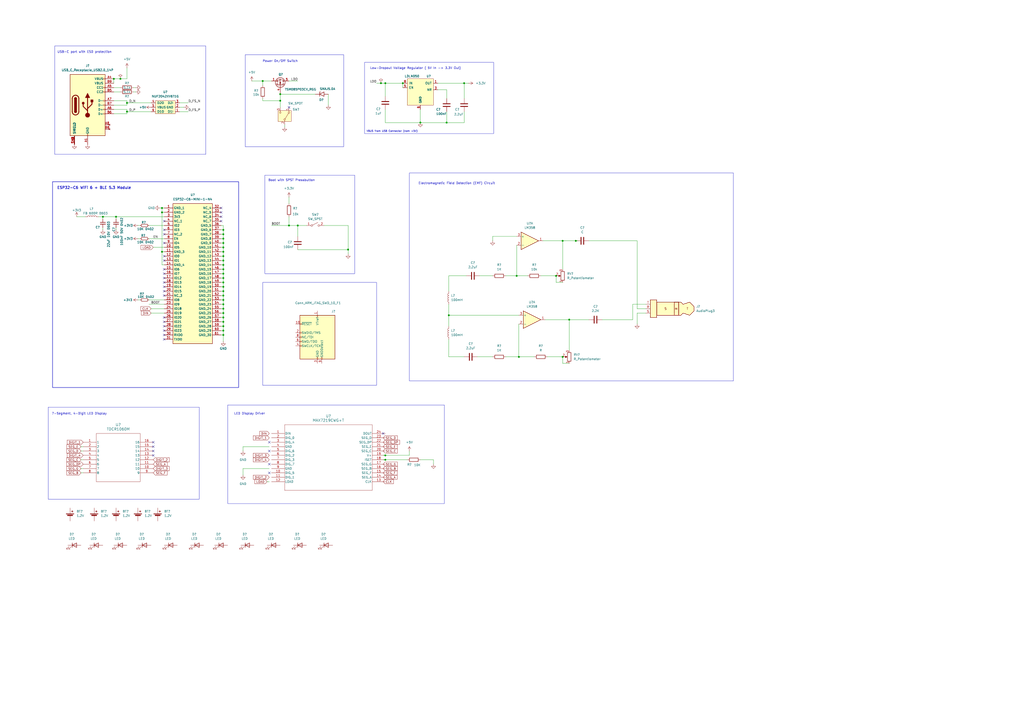
<source format=kicad_sch>
(kicad_sch (version 20231120) (generator "eeschema") (generator_version "8.0")
  (paper "A2")
  (title_block (title "EMF Ghost Hunter") (date "2024-09-28") (rev "v1.0") (company "Adam Hott"))
  (junction (at 259.08 71.12))
  (junction (at 129.54 140.97))
  (junction (at 73.66 64.77))
  (junction (at 67.31 125.73))
  (junction (at 129.54 135.89))
  (junction (at 129.54 179.07))
  (junction (at 129.54 163.83))
  (junction (at 223.52 266.7))
  (junction (at 300.99 207.01))
  (junction (at 233.68 48.26))
  (junction (at 129.54 158.75))
  (junction (at 269.24 48.26))
  (junction (at 167.64 130.81))
  (junction (at 129.54 151.13))
  (junction (at 59.69 125.73))
  (junction (at 69.85 45.72))
  (junction (at 129.54 181.61))
  (junction (at 129.54 191.77))
  (junction (at 129.54 186.69))
  (junction (at 152.4 46.99))
  (junction (at 334.01 139.7))
  (junction (at 93.98 123.19))
  (junction (at 260.35 182.88))
  (junction (at 129.54 138.43))
  (junction (at 129.54 168.91))
  (junction (at 129.54 171.45))
  (junction (at 129.54 176.53))
  (junction (at 93.98 120.65))
  (junction (at 93.98 146.05))
  (junction (at 66.04 45.72))
  (junction (at 129.54 133.35))
  (junction (at 330.2 185.42))
  (junction (at 326.39 207.01))
  (junction (at 201.93 144.78))
  (junction (at 162.56 54.61))
  (junction (at 129.54 161.29))
  (junction (at 172.72 130.81))
  (junction (at 223.52 264.16))
  (junction (at 73.66 59.69))
  (junction (at 129.54 148.59))
  (junction (at 243.84 71.12))
  (junction (at 129.54 184.15))
  (junction (at 220.98 48.26))
  (junction (at 326.39 139.7))
  (junction (at 129.54 143.51))
  (junction (at 129.54 153.67))
  (junction (at 162.56 58.42))
  (junction (at 129.54 173.99))
  (junction (at 129.54 194.31))
  (junction (at 129.54 166.37))
  (junction (at 129.54 156.21))
  (junction (at 129.54 146.05))
  (junction (at 299.72 160.02))
  (junction (at 129.54 189.23))
  (junction (at 322.58 160.02))
  (junction (at 223.52 48.26))
  (no_connect (at 88.9 261.62))
  (no_connect (at 95.25 168.91))
  (no_connect (at 95.25 161.29))
  (no_connect (at 95.25 196.85))
  (no_connect (at 167.64 62.23))
  (no_connect (at 95.25 194.31))
  (no_connect (at 156.21 274.32))
  (no_connect (at 95.25 156.21))
  (no_connect (at 95.25 128.27))
  (no_connect (at 95.25 166.37))
  (no_connect (at 95.25 158.75))
  (no_connect (at 95.25 148.59))
  (no_connect (at 222.25 251.46))
  (no_connect (at 95.25 186.69))
  (no_connect (at 156.21 261.62))
  (no_connect (at 95.25 151.13))
  (no_connect (at 128.27 120.65))
  (no_connect (at 95.25 163.83))
  (no_connect (at 95.25 135.89))
  (no_connect (at 95.25 189.23))
  (no_connect (at 95.25 184.15))
  (no_connect (at 128.27 125.73))
  (no_connect (at 88.9 264.16))
  (no_connect (at 95.25 171.45))
  (no_connect (at 128.27 128.27))
  (no_connect (at 95.25 191.77))
  (no_connect (at 128.27 123.19))
  (no_connect (at 88.9 256.54))
  (no_connect (at 95.25 140.97))
  (no_connect (at 88.9 259.08))
  (no_connect (at 156.21 256.54))
  (no_connect (at 156.21 269.24))
  (no_connect (at 95.25 133.35))
  (wire (pts (xy 104.14 64.77) (xy 109.22 64.77)))
  (wire (pts (xy 369.57 181.61) (xy 369.57 187.96)))
  (wire (pts (xy 129.54 191.77) (xy 129.54 194.31)))
  (wire (pts (xy 128.27 173.99) (xy 129.54 173.99)))
  (wire (pts (xy 260.35 182.88) (xy 300.99 182.88)))
  (wire (pts (xy 73.66 64.77) (xy 73.66 66.04)))
  (wire (pts (xy 129.54 133.35) (xy 129.54 135.89)))
  (wire (pts (xy 87.63 181.61) (xy 95.25 181.61)))
  (wire (pts (xy 299.72 160.02) (xy 306.07 160.02)))
  (wire (pts (xy 128.27 194.31) (xy 129.54 194.31)))
  (wire (pts (xy 140.97 271.78) (xy 140.97 275.59)))
  (wire (pts (xy 326.39 139.7) (xy 326.39 156.21)))
  (wire (pts (xy 128.27 179.07) (xy 129.54 179.07)))
  (wire (pts (xy 260.35 207.01) (xy 269.24 207.01)))
  (wire (pts (xy 129.54 163.83) (xy 129.54 166.37)))
  (wire (pts (xy 67.31 125.73) (xy 67.31 127)))
  (wire (pts (xy 223.52 48.26) (xy 223.52 55.88)))
  (wire (pts (xy 73.66 63.5) (xy 73.66 64.77)))
  (wire (pts (xy 129.54 168.91) (xy 129.54 171.45)))
  (wire (pts (xy 128.27 163.83) (xy 129.54 163.83)))
  (wire (pts (xy 129.54 179.07) (xy 129.54 181.61)))
  (wire (pts (xy 223.52 63.5) (xy 223.52 71.12)))
  (wire (pts (xy 233.68 48.26) (xy 233.68 50.8)))
  (wire (pts (xy 59.69 133.35) (xy 59.69 132.08)))
  (wire (pts (xy 129.54 184.15) (xy 129.54 186.69)))
  (wire (pts (xy 299.72 142.24) (xy 299.72 160.02)))
  (wire (pts (xy 128.27 166.37) (xy 129.54 166.37)))
  (wire (pts (xy 73.66 58.42) (xy 73.66 59.69)))
  (wire (pts (xy 129.54 161.29) (xy 129.54 163.83)))
  (wire (pts (xy 237.49 264.16) (xy 237.49 261.62)))
  (wire (pts (xy 73.66 60.96) (xy 73.66 59.69)))
  (wire (pts (xy 66.04 45.72) (xy 66.04 48.26)))
  (wire (pts (xy 367.03 185.42) (xy 367.03 176.53)))
  (wire (pts (xy 278.13 160.02) (xy 285.75 160.02)))
  (wire (pts (xy 260.35 196.85) (xy 260.35 207.01)))
  (wire (pts (xy 251.46 266.7) (xy 251.46 269.24)))
  (wire (pts (xy 77.47 50.8) (xy 78.74 50.8)))
  (wire (pts (xy 128.27 176.53) (xy 129.54 176.53)))
  (wire (pts (xy 128.27 184.15) (xy 129.54 184.15)))
  (wire (pts (xy 218.44 48.26) (xy 220.98 48.26)))
  (wire (pts (xy 66.04 58.42) (xy 73.66 58.42)))
  (wire (pts (xy 128.27 153.67) (xy 129.54 153.67)))
  (wire (pts (xy 152.4 46.99) (xy 157.48 46.99)))
  (wire (pts (xy 223.52 48.26) (xy 233.68 48.26)))
  (wire (pts (xy 104.14 59.69) (xy 109.22 59.69)))
  (wire (pts (xy 167.64 130.81) (xy 172.72 130.81)))
  (wire (pts (xy 59.69 127) (xy 59.69 125.73)))
  (wire (pts (xy 167.64 125.73) (xy 167.64 130.81)))
  (wire (pts (xy 223.52 266.7) (xy 236.22 266.7)))
  (wire (pts (xy 128.27 189.23) (xy 129.54 189.23)))
  (wire (pts (xy 128.27 138.43) (xy 129.54 138.43)))
  (wire (pts (xy 243.84 63.5) (xy 243.84 71.12)))
  (wire (pts (xy 190.5 54.61) (xy 190.5 60.96)))
  (wire (pts (xy 128.27 156.21) (xy 129.54 156.21)))
  (wire (pts (xy 269.24 48.26) (xy 269.24 57.15)))
  (wire (pts (xy 66.04 63.5) (xy 73.66 63.5)))
  (wire (pts (xy 187.96 130.81) (xy 201.93 130.81)))
  (wire (pts (xy 220.98 48.26) (xy 223.52 48.26)))
  (wire (pts (xy 374.65 181.61) (xy 369.57 181.61)))
  (wire (pts (xy 67.31 133.35) (xy 67.31 132.08)))
  (wire (pts (xy 317.5 207.01) (xy 326.39 207.01)))
  (wire (pts (xy 92.71 120.65) (xy 93.98 120.65)))
  (wire (pts (xy 46.99 259.08) (xy 48.26 259.08)))
  (wire (pts (xy 162.56 54.61) (xy 182.88 54.61)))
  (wire (pts (xy 152.4 57.15) (xy 152.4 58.42)))
  (wire (pts (xy 330.2 185.42) (xy 341.63 185.42)))
  (wire (pts (xy 59.69 125.73) (xy 67.31 125.73)))
  (wire (pts (xy 129.54 166.37) (xy 129.54 168.91)))
  (wire (pts (xy 129.54 148.59) (xy 129.54 151.13)))
  (wire (pts (xy 129.54 186.69) (xy 129.54 189.23)))
  (wire (pts (xy 276.86 207.01) (xy 285.75 207.01)))
  (wire (pts (xy 326.39 210.82) (xy 326.39 207.01)))
  (wire (pts (xy 165.1 73.66) (xy 165.1 72.39)))
  (wire (pts (xy 157.48 130.81) (xy 167.64 130.81)))
  (wire (pts (xy 271.78 48.26) (xy 269.24 48.26)))
  (wire (pts (xy 93.98 120.65) (xy 93.98 123.19)))
  (wire (pts (xy 104.14 62.23) (xy 106.68 62.23)))
  (wire (pts (xy 293.37 160.02) (xy 299.72 160.02)))
  (wire (pts (xy 326.39 139.7) (xy 334.01 139.7)))
  (wire (pts (xy 128.27 133.35) (xy 129.54 133.35)))
  (wire (pts (xy 313.69 160.02) (xy 322.58 160.02)))
  (wire (pts (xy 167.64 114.3) (xy 167.64 118.11)))
  (wire (pts (xy 243.84 71.12) (xy 259.08 71.12)))
  (wire (pts (xy 128.27 130.81) (xy 129.54 130.81)))
  (wire (pts (xy 73.66 39.37) (xy 73.66 45.72)))
  (wire (pts (xy 128.27 143.51) (xy 129.54 143.51)))
  (wire (pts (xy 300.99 207.01) (xy 293.37 207.01)))
  (wire (pts (xy 69.85 45.72) (xy 73.66 45.72)))
  (wire (pts (xy 86.36 176.53) (xy 95.25 176.53)))
  (wire (pts (xy 156.21 271.78) (xy 140.97 271.78)))
  (wire (pts (xy 285.75 137.16) (xy 285.75 139.7)))
  (wire (pts (xy 66.04 53.34) (xy 69.85 53.34)))
  (wire (pts (xy 86.36 130.81) (xy 95.25 130.81)))
  (wire (pts (xy 66.04 66.04) (xy 73.66 66.04)))
  (wire (pts (xy 66.04 45.72) (xy 69.85 45.72)))
  (wire (pts (xy 172.72 130.81) (xy 177.8 130.81)))
  (wire (pts (xy 129.54 189.23) (xy 129.54 191.77)))
  (wire (pts (xy 334.01 139.7) (xy 335.28 139.7)))
  (wire (pts (xy 162.56 58.42) (xy 162.56 62.23)))
  (wire (pts (xy 172.72 46.99) (xy 167.64 46.99)))
  (wire (pts (xy 128.27 140.97) (xy 129.54 140.97)))
  (wire (pts (xy 152.4 58.42) (xy 162.56 58.42)))
  (wire (pts (xy 129.54 156.21) (xy 129.54 158.75)))
  (wire (pts (xy 254 52.07) (xy 259.08 52.07)))
  (wire (pts (xy 93.98 123.19) (xy 93.98 146.05)))
  (wire (pts (xy 330.2 185.42) (xy 330.2 203.2)))
  (wire (pts (xy 128.27 161.29) (xy 129.54 161.29)))
  (wire (pts (xy 260.35 182.88) (xy 260.35 189.23)))
  (wire (pts (xy 300.99 207.01) (xy 309.88 207.01)))
  (wire (pts (xy 128.27 191.77) (xy 129.54 191.77)))
  (wire (pts (xy 46.99 266.7) (xy 48.26 266.7)))
  (wire (pts (xy 87.63 179.07) (xy 95.25 179.07)))
  (wire (pts (xy 314.96 139.7) (xy 326.39 139.7)))
  (wire (pts (xy 128.27 168.91) (xy 129.54 168.91)))
  (wire (pts (xy 152.4 46.99) (xy 152.4 49.53)))
  (wire (pts (xy 300.99 187.96) (xy 300.99 207.01)))
  (wire (pts (xy 129.54 151.13) (xy 129.54 153.67)))
  (wire (pts (xy 254 48.26) (xy 269.24 48.26)))
  (wire (pts (xy 128.27 146.05) (xy 129.54 146.05)))
  (wire (pts (xy 243.84 266.7) (xy 251.46 266.7)))
  (wire (pts (xy 57.15 125.73) (xy 59.69 125.73)))
  (wire (pts (xy 270.51 160.02) (xy 260.35 160.02)))
  (wire (pts (xy 269.24 64.77) (xy 269.24 71.12)))
  (wire (pts (xy 66.04 50.8) (xy 69.85 50.8)))
  (wire (pts (xy 80.01 130.81) (xy 81.28 130.81)))
  (wire (pts (xy 129.54 140.97) (xy 129.54 143.51)))
  (wire (pts (xy 259.08 71.12) (xy 269.24 71.12)))
  (wire (pts (xy 260.35 176.53) (xy 260.35 182.88)))
  (wire (pts (xy 367.03 176.53) (xy 374.65 176.53)))
  (wire (pts (xy 129.54 158.75) (xy 129.54 161.29)))
  (wire (pts (xy 369.57 139.7) (xy 369.57 179.07)))
  (wire (pts (xy 93.98 146.05) (xy 95.25 146.05)))
  (wire (pts (xy 128.27 171.45) (xy 129.54 171.45)))
  (wire (pts (xy 326.39 163.83) (xy 322.58 163.83)))
  (wire (pts (xy 223.52 264.16) (xy 237.49 264.16)))
  (wire (pts (xy 128.27 135.89) (xy 129.54 135.89)))
  (wire (pts (xy 349.25 185.42) (xy 367.03 185.42)))
  (wire (pts (xy 128.27 158.75) (xy 129.54 158.75)))
  (wire (pts (xy 86.36 138.43) (xy 95.25 138.43)))
  (wire (pts (xy 129.54 143.51) (xy 129.54 146.05)))
  (wire (pts (xy 129.54 194.31) (xy 129.54 198.12)))
  (wire (pts (xy 162.56 54.61) (xy 162.56 58.42)))
  (wire (pts (xy 140.97 259.08) (xy 140.97 261.62)))
  (wire (pts (xy 129.54 146.05) (xy 129.54 148.59)))
  (wire (pts (xy 73.66 59.69) (xy 87.63 59.69)))
  (wire (pts (xy 93.98 153.67) (xy 95.25 153.67)))
  (wire (pts (xy 128.27 148.59) (xy 129.54 148.59)))
  (wire (pts (xy 259.08 64.77) (xy 259.08 71.12)))
  (wire (pts (xy 88.9 143.51) (xy 95.25 143.51)))
  (wire (pts (xy 129.54 171.45) (xy 129.54 173.99)))
  (wire (pts (xy 260.35 160.02) (xy 260.35 168.91)))
  (wire (pts (xy 80.01 138.43) (xy 81.28 138.43)))
  (wire (pts (xy 129.54 173.99) (xy 129.54 176.53)))
  (wire (pts (xy 129.54 181.61) (xy 129.54 184.15)))
  (wire (pts (xy 46.99 271.78) (xy 48.26 271.78)))
  (wire (pts (xy 80.01 173.99) (xy 81.28 173.99)))
  (wire (pts (xy 172.72 144.78) (xy 201.93 144.78)))
  (wire (pts (xy 129.54 130.81) (xy 129.54 133.35)))
  (wire (pts (xy 66.04 60.96) (xy 73.66 60.96)))
  (wire (pts (xy 93.98 123.19) (xy 95.25 123.19)))
  (wire (pts (xy 299.72 137.16) (xy 285.75 137.16)))
  (wire (pts (xy 46.99 261.62) (xy 48.26 261.62)))
  (wire (pts (xy 316.23 185.42) (xy 330.2 185.42)))
  (wire (pts (xy 129.54 138.43) (xy 129.54 140.97)))
  (wire (pts (xy 129.54 176.53) (xy 129.54 179.07)))
  (wire (pts (xy 93.98 146.05) (xy 93.98 153.67)))
  (wire (pts (xy 129.54 153.67) (xy 129.54 156.21)))
  (wire (pts (xy 222.25 266.7) (xy 223.52 266.7)))
  (wire (pts (xy 128.27 151.13) (xy 129.54 151.13)))
  (wire (pts (xy 128.27 186.69) (xy 129.54 186.69)))
  (wire (pts (xy 341.63 139.7) (xy 369.57 139.7)))
  (wire (pts (xy 129.54 135.89) (xy 129.54 138.43)))
  (wire (pts (xy 95.25 120.65) (xy 93.98 120.65)))
  (wire (pts (xy 201.93 130.81) (xy 201.93 144.78)))
  (wire (pts (xy 172.72 130.81) (xy 172.72 137.16)))
  (wire (pts (xy 154.94 279.4) (xy 156.21 279.4)))
  (wire (pts (xy 128.27 181.61) (xy 129.54 181.61)))
  (wire (pts (xy 146.05 46.99) (xy 152.4 46.99)))
  (wire (pts (xy 369.57 179.07) (xy 374.65 179.07)))
  (wire (pts (xy 67.31 125.73) (xy 95.25 125.73)))
  (wire (pts (xy 259.08 57.15) (xy 259.08 52.07)))
  (wire (pts (xy 322.58 160.02) (xy 322.58 163.83)))
  (wire (pts (xy 330.2 210.82) (xy 326.39 210.82)))
  (wire (pts (xy 156.21 259.08) (xy 140.97 259.08)))
  (wire (pts (xy 77.47 53.34) (xy 78.74 53.34)))
  (wire (pts (xy 243.84 71.12) (xy 223.52 71.12)))
  (wire (pts (xy 44.45 125.73) (xy 49.53 125.73)))
  (wire (pts (xy 46.99 274.32) (xy 48.26 274.32)))
  (wire (pts (xy 201.93 144.78) (xy 201.93 147.32)))
  (wire (pts (xy 222.25 264.16) (xy 223.52 264.16)))
  (wire (pts (xy 95.25 173.99) (xy 86.36 173.99)))
  (wire (pts (xy 73.66 64.77) (xy 87.63 64.77)))
  (rectangle (start 152.4 163.83) (end 218.44 223.52))
  (rectangle (start 132.08 234.95) (end 257.81 292.1))
  (rectangle (start 153.67 101.6) (end 205.74 158.75))
  (rectangle (start 237.49 100.33) (end 425.45 220.98))
  (rectangle (start 142.24 31.75) (end 199.39 85.09))
  (rectangle (start 30.48 105.41) (end 138.43 224.79) (stroke (width 0.254)))
  (rectangle (start 31.75 26.67) (end 119.38 89.535))
  (rectangle (start 211.455 36.195) (end 286.385 77.47))
  (rectangle (start 27.94 236.22) (end 115.57 289.56))
  (text "Electromagnetic Field Detection (EMF) Circuit" (at 264.922 106.426 0) (effects (font (size 1.27 1.27))))
  (text "ESP32-C6 WiFi 6 + BLE 5.3 Module\n\n\n" (at 54.61 111.506 0) (effects (font (size 1.524 1.524) (thickness 0.254) (bold yes))))
  (text "Low-Dropout Voltage Regulator ( 5V In -> 3.3V Out)" (at 241.046 39.624 0) (effects (font (size 1.27 1.27))))
  (text "VBUS from USB Connector (nom +5V) " (at 227.838 76.2 0) (effects (font (size 1.016 1.016))))
  (text "7-Segment, 4-Digit LED Display" (at 45.974 240.03 0) (effects (font (size 1.27 1.27))))
  (text "Power On/Off Switch" (at 162.56 35.56 0) (effects (font (size 1.27 1.27))))
  (text "LED Display Driver" (at 144.78 240.03 0) (effects (font (size 1.27 1.27))))
  (text "Boot with SPST Pressbutton" (at 169.164 104.648 0) (effects (font (size 1.27 1.27))))
  (text "USB-C port with ESD protection" (at 49.022 30.226 0) (effects (font (size 1.27 1.27))))
  (label "LDO" (at 172.72 46.99 180))
  (label "BOOT" (at 87.63 176.53 0))
  (label "EN" (at 88.9 138.43 0))
  (label "D_P" (at 74.93 64.77 0))
  (label "D_FS_N" (at 109.22 59.69 0))
  (label "BOOT" (at 157.48 130.81 0))
  (label "D_FS_P" (at 109.22 64.77 0))
  (label "D_N" (at 74.93 59.69 0))
  (label "LDO" (at 218.44 48.26 180))
  (global_label "SEG_DP" (shape input) (at 48.26 269.24 180) (property "Intersheetrefs" "${INTERSHEET_REFS}" (effects (hide yes))))
  (global_label "SEG_C" (shape input) (at 222.25 261.62 0) (property "Intersheetrefs" "${INTERSHEET_REFS}" (effects (hide yes))))
  (global_label "DIGIT_2" (shape input) (at 88.9 266.7 0) (property "Intersheetrefs" "${INTERSHEET_REFS}" (effects (hide yes))))
  (global_label "DIGIT_2" (shape input) (at 156.21 276.86 180) (property "Intersheetrefs" "${INTERSHEET_REFS}" (effects (hide yes))))
  (global_label "CLK" (shape input) (at 87.63 179.07 180) (property "Intersheetrefs" "${INTERSHEET_REFS}" (effects (hide yes))))
  (global_label "SEG_G" (shape input) (at 46.99 271.78 180) (property "Intersheetrefs" "${INTERSHEET_REFS}" (effects (hide yes))))
  (global_label "SEG_A" (shape input) (at 88.9 269.24 0) (property "Intersheetrefs" "${INTERSHEET_REFS}" (effects (hide yes))))
  (global_label "DIGIT_4" (shape input) (at 48.26 264.16 180) (property "Intersheetrefs" "${INTERSHEET_REFS}" (effects (hide yes))))
  (global_label "DIGIT_1" (shape input) (at 48.26 256.54 180) (property "Intersheetrefs" "${INTERSHEET_REFS}" (effects (hide yes))))
  (global_label "SEG_DP" (shape input) (at 222.25 256.54 0) (property "Intersheetrefs" "${INTERSHEET_REFS}" (effects (hide yes))))
  (global_label "SEG_E" (shape input) (at 46.99 259.08 180) (property "Intersheetrefs" "${INTERSHEET_REFS}" (effects (hide yes))))
  (global_label "LOAD" (shape input) (at 154.94 279.4 180) (property "Intersheetrefs" "${INTERSHEET_REFS}" (effects (hide yes))))
  (global_label "SEG_F" (shape input) (at 88.9 274.32 0) (property "Intersheetrefs" "${INTERSHEET_REFS}" (effects (hide yes))))
  (global_label "SEG_C" (shape input) (at 46.99 266.7 180) (property "Intersheetrefs" "${INTERSHEET_REFS}" (effects (hide yes))))
  (global_label "SEG_G" (shape input) (at 222.25 269.24 0) (property "Intersheetrefs" "${INTERSHEET_REFS}" (effects (hide yes))))
  (global_label "SEG_D" (shape input) (at 222.25 254 0) (property "Intersheetrefs" "${INTERSHEET_REFS}" (effects (hide yes))))
  (global_label "CLK" (shape input) (at 222.25 279.4 0) (property "Intersheetrefs" "${INTERSHEET_REFS}" (effects (hide yes))))
  (global_label "DIGIT_3" (shape input) (at 156.21 264.16 180) (property "Intersheetrefs" "${INTERSHEET_REFS}" (effects (hide yes))))
  (global_label "DIN" (shape input) (at 87.63 181.61 180) (property "Intersheetrefs" "${INTERSHEET_REFS}" (effects (hide yes))))
  (global_label "DIGIT_3" (shape input) (at 88.9 271.78 0) (property "Intersheetrefs" "${INTERSHEET_REFS}" (effects (hide yes))))
  (global_label "SEG_B" (shape input) (at 222.25 271.78 0) (property "Intersheetrefs" "${INTERSHEET_REFS}" (effects (hide yes))))
  (global_label "SEG_E" (shape input) (at 222.25 259.08 0) (property "Intersheetrefs" "${INTERSHEET_REFS}" (effects (hide yes))))
  (global_label "SEG_D" (shape input) (at 46.99 261.62 180) (property "Intersheetrefs" "${INTERSHEET_REFS}" (effects (hide yes))))
  (global_label "DIGIT_1" (shape input) (at 156.21 254 180) (property "Intersheetrefs" "${INTERSHEET_REFS}" (effects (hide yes))))
  (global_label "LOAD" (shape input) (at 88.9 143.51 180) (property "Intersheetrefs" "${INTERSHEET_REFS}" (effects (hide yes))))
  (global_label "SEG_B" (shape input) (at 46.99 274.32 180) (property "Intersheetrefs" "${INTERSHEET_REFS}" (effects (hide yes))))
  (global_label "DIGIT_4" (shape input) (at 156.21 266.7 180) (property "Intersheetrefs" "${INTERSHEET_REFS}" (effects (hide yes))))
  (global_label "SEG_A" (shape input) (at 222.25 276.86 0) (property "Intersheetrefs" "${INTERSHEET_REFS}" (effects (hide yes))))
  (global_label "DIN" (shape input) (at 156.21 251.46 180) (property "Intersheetrefs" "${INTERSHEET_REFS}" (effects (hide yes))))
  (global_label "SEG_F" (shape input) (at 222.25 274.32 0) (property "Intersheetrefs" "${INTERSHEET_REFS}" (effects (hide yes))))
  (symbol (lib_id "power:+3.3V") (at 271.78 48.26 270) (unit 1)
    (property "Reference" "#PWR013" (effects (hide yes)))
    (property "Value" "+3.3V" (at 275.844 48.26 90) (effects (justify left)))
    (property "Description" "Power symbol creates a global label with name \"+3.3V\"" (effects (hide yes)))
  )
  (symbol (lib_id "Device:LED") (at 143.51 316.23 0) (unit 1)
    (property "Reference" "D?" (at 141.9225 309.88 0))
    (property "Value" "LED" (at 141.9225 312.42 0))
    (property "Description" "Light emitting diode" (effects (hide yes)))
  )
  (symbol (lib_id "power:GND") (at 285.75 139.7 0) (unit 1)
    (property "Reference" "#PWR023" (effects (hide yes)))
    (property "Value" "GND" (effects (hide yes)))
    (property "Description" "Power symbol creates a global label with name \"GND\" , ground" (effects (hide yes)))
  )
  (symbol (lib_id "Device:L") (at 53.34 125.73 90) (unit 1)
    (property "Reference" "L?" (at 53.086 121.158 90))
    (property "Value" "FB 600R 0603" (at 55.372 123.698 90))
    (property "Footprint" "Inductor_SMD:L_0603_1608Metric" (effects (hide yes)))
    (property "Description" "Inductor" (effects (hide yes)))
  )
  (symbol (lib_id "Device:R") (at 313.69 207.01 90) (unit 1)
    (property "Reference" "R?" (at 313.69 200.66 90))
    (property "Value" "R" (at 313.69 203.2 90))
    (property "Description" "Resistor" (effects (hide yes)))
  )
  (symbol (lib_id "power:+5V") (at 80.01 173.99 90) (unit 1)
    (property "Reference" "#PWR020" (effects (hide yes)))
    (property "Value" "+3V3" (at 74.168 173.99 90))
    (property "Description" "Power symbol creates a global label with name \"+5V\"" (effects (hide yes)))
  )
  (symbol (lib_id "Device:R") (at 73.66 53.34 270) (unit 1)
    (property "Reference" "R?" (at 73.66 55.88 90))
    (property "Value" "5.1k" (at 73.66 53.34 90))
    (property "Footprint" "Resistor_SMD:R_0402_1005Metric" (effects (hide yes)))
    (property "Description" "Resistor" (effects (hide yes)))
  )
  (symbol (lib_id "power:GND") (at 129.54 198.12 0) (mirror y) (unit 1)
    (property "Reference" "#PWR022" (effects (hide yes)))
    (property "Value" "GND" (at 129.54 202.184 0))
    (property "Description" "Power symbol creates a global label with name \"GND\" , ground" (effects (hide yes)))
  )
  (symbol (lib_id "Device:R") (at 289.56 207.01 90) (unit 1)
    (property "Reference" "R?" (at 289.56 200.66 90))
    (property "Value" "1K" (at 289.56 203.2 90))
    (property "Description" "Resistor" (effects (hide yes)))
  )
  (symbol (lib_id "Device:R_Potentiometer") (at 330.2 207.01 180) (unit 1)
    (property "Reference" "RV?" (at 332.74 205.7399 0) (effects (justify right)))
    (property "Value" "R_Potentiometer" (at 332.74 208.2799 0) (effects (justify right)))
    (property "Datasheet" "https://pt.mouser.com/datasheet/2/315/EVUE_EVUF_Series-1196694.pdf" (effects (hide yes)))
    (property "Description" "Potentiometer" (effects (hide yes)))
    (property "MPN" "EVU-F2AF30D14" (effects (hide yes)))
  )
  (symbol (lib_id "Device:LED") (at 114.3 316.23 0) (unit 1)
    (property "Reference" "D?" (at 112.7125 309.88 0))
    (property "Value" "LED" (at 112.7125 312.42 0))
    (property "Description" "Light emitting diode" (effects (hide yes)))
  )
  (symbol (lib_id "adams_library_symbols:NUF2042XV6T1G") (at 96.52 62.23 180) (unit 1)
    (property "Reference" "U?" (at 95.885 53.34 0))
    (property "Value" "NUF2042XV6T1G" (at 95.885 55.88 0))
    (property "Footprint" "F1-LED-CIRCUIT-LIBRARY:SON_2XV6T1G_ONS" (effects (hide yes)))
    (property "Datasheet" "http://www.onsemi.com/pub/Collateral/NUF2030XV6-D.PDF" (effects (hide yes)))
    (property "Description" "USB Upstream Terminator with ESD Protection" (effects (hide yes)))
    (property "MPN" "NUF2042XV6T1G" (effects (hide yes)))
  )
  (symbol (lib_id "Device:C") (at 259.08 60.96 0) (unit 1)
    (property "Reference" "C?" (at 252.984 63.5 0) (effects (justify left)))
    (property "Value" "100nF" (at 252.984 66.04 0) (effects (justify left)))
    (property "Footprint" "Capacitor_SMD:C_0402_1005Metric" (effects (hide yes)))
    (property "Description" "Unpolarized capacitor" (effects (hide yes)))
  )
  (symbol (lib_id "Device:C_Small") (at 59.69 129.54 0) (unit 1)
    (property "Reference" "C?" (at 55.372 131.826 0) (effects (justify left)))
    (property "Value" "22uF 10V 0603" (at 62.992 143.51 90) (effects (justify left)))
    (property "Footprint" "Capacitor_SMD:C_0603_1608Metric" (effects (hide yes)))
    (property "Description" "Unpolarized capacitor, small symbol" (effects (hide yes)))
  )
  (symbol (lib_id "Switch:SW_SPST") (at 182.88 130.81 0) (unit 1)
    (property "Reference" "SW?" (at 182.88 124.46 0))
    (property "Value" "SW_SPST" (at 182.88 127 0))
    (property "Footprint" "F1-LED-CIRCUIT-LIBRARY:WS-TASV-SPST-6x6mm" (effects (hide yes)))
    (property "Datasheet" "https://www.we-online.com/components/products/datasheet/4301x2xxx8x6.pdf" (effects (hide yes)))
    (property "Description" "Single Pole Single Throw (SPST) switch" (effects (hide yes)))
    (property "MPN" "430-182-043-816" (effects (hide yes)))
  )
  (symbol (lib_id "Connector:USB_C_Receptacle_USB2.0_14P") (at 50.8 60.96 0) (unit 1)
    (property "Reference" "J?" (at 50.8 38.1 0))
    (property "Value" "USB_C_Receptacle_USB2.0_14P" (at 50.8 40.64 0))
    (property "Footprint" "F1-LED-CIRCUIT-LIBRARY:GCT_USB4105-GF-A" (effects (hide yes)))
    (property "Datasheet" "https://pt.mouser.com/datasheet/2/837/Global_Connector_Technology_usb4105-3106202.pdf" (effects (hide yes)))
    (property "Description" "USB 2.0-only 14P Type-C Receptacle connector" (effects (hide yes)))
    (property "MPN" "USB4105-GF-A" (effects (hide yes)))
  )
  (symbol (lib_id "Device:C_Small") (at 67.31 129.54 0) (unit 1)
    (property "Reference" "C?" (at 66.04 134.366 90) (effects (justify left)))
    (property "Value" "100nF 50V 0402" (at 70.612 142.494 90) (effects (justify left)))
    (property "Footprint" "Capacitor_SMD:C_0402_1005Metric" (effects (hide yes)))
    (property "Description" "Unpolarized capacitor, small symbol" (effects (hide yes)))
  )
  (symbol (lib_id "power:+5V") (at 73.66 39.37 0) (unit 1)
    (property "Reference" "#PWR01" (effects (hide yes)))
    (property "Value" "+5V" (at 73.66 34.29 0))
    (property "Description" "Power symbol creates a global label with name \"+5V\"" (effects (hide yes)))
  )
  (symbol (lib_id "adams_library_symbols:GND") (at 43.18 83.82 0) (unit 1)
    (property "Reference" "#PWR06" (effects (hide yes)))
    (property "Value" "GND" (effects (hide yes)))
    (property "Description" "Power symbol creates a global label with name \"GND\" , ground" (effects (hide yes)))
  )
  (symbol (lib_id "Device:C") (at 273.05 207.01 90) (unit 1)
    (property "Reference" "C?" (at 273.05 199.39 90))
    (property "Value" "2.2uF" (at 273.05 201.93 90))
    (property "Description" "Unpolarized capacitor" (effects (hide yes)))
  )
  (symbol (lib_id "power:+5V") (at 44.45 125.73 0) (unit 1)
    (property "Reference" "#PWR09" (effects (hide yes)))
    (property "Value" "+3V3" (at 44.45 121.92 0))
    (property "Description" "Power symbol creates a global label with name \"+5V\"" (effects (hide yes)))
  )
  (symbol (lib_id "adams_library_symbols:GND") (at 201.93 147.32 0) (unit 1)
    (property "Reference" "#PWR021" (effects (hide yes)))
    (property "Value" "GND" (effects (hide yes)))
    (property "Description" "Power symbol creates a global label with name \"GND\" , ground" (effects (hide yes)))
  )
  (symbol (lib_id "adams_library_symbols:GND") (at 243.84 71.12 0) (unit 1)
    (property "Reference" "#PWR015" (effects (hide yes)))
    (property "Value" "GND" (effects (hide yes)))
    (property "Description" "Power symbol creates a global label with name \"GND\" , ground" (effects (hide yes)))
  )
  (symbol (lib_id "Device:Battery_Cell") (at 40.64 299.72 0) (unit 1)
    (property "Reference" "BT?" (at 44.45 296.6084 0) (effects (justify left)))
    (property "Value" "1.2V" (at 44.45 299.1484 0) (effects (justify left)))
    (property "Description" "5x NiMH in series (6V)" (effects (hide yes)))
  )
  (symbol (lib_id "adams_library_symbols:GND") (at 165.1 73.66 0) (mirror y) (unit 1)
    (property "Reference" "#PWR016" (effects (hide yes)))
    (property "Value" "GND" (effects (hide yes)))
    (property "Description" "Power symbol creates a global label with name \"GND\" , ground" (effects (hide yes)))
  )
  (symbol (lib_id "power:GND") (at 92.71 120.65 270) (mirror x) (unit 1)
    (property "Reference" "#PWR08" (effects (hide yes)))
    (property "Value" "GND" (at 87.884 120.65 90))
    (property "Description" "Power symbol creates a global label with name \"GND\" , ground" (effects (hide yes)))
  )
  (symbol (lib_id "Device:C") (at 274.32 160.02 90) (unit 1)
    (property "Reference" "C?" (at 274.32 152.4 90))
    (property "Value" "2.2uF" (at 274.32 154.94 90))
    (property "Description" "Unpolarized capacitor" (effects (hide yes)))
  )
  (symbol (lib_id "Darko:ESP32-C6-MINI-1-N4") (at 95.25 120.65 0) (unit 1)
    (property "Reference" "U?" (at 111.76 113.03 0))
    (property "Value" "ESP32-C6-MINI-1-N4" (at 111.76 115.57 0))
    (property "Footprint" "Darko:ESP32C6MINI1N4" (effects (hide yes)))
    (property "Datasheet" "https://www.espressif.com/sites/default/files/documentation/esp32-c6-mini-1_mini-1u_datasheet_en.pdf" (effects (hide yes)))
    (property "Description" "Multiprotocol Modules ESP32-C6 Module, supports Wi-Fi 6 in 2.4 GHz band, Bluetooth 5, Zigbee 3.0 and Thread - -40 to 105C" (effects (hide yes)))
    (property "Manufacturer_Name" "Espressif Systems" (effects (hide yes)))
    (property "Manufacturer_Part_Number" "ESP32-C6-MINI-1-N4" (effects (hide yes)))
    (property "Mouser Part Number" "356-ESP32C6MINI-1-N4" (effects (hide yes)))
    (property "Mouser Price/Stock" "https://www.mouser.co.uk/ProductDetail/Espressif-Systems/ESP32-C6-MINI-1-N4?qs=Jm2GQyTW%2FbjiJX9bVadqSw%3D%3D" (effects (hide yes)))
  )
  (symbol (lib_id "power:GND") (at 190.5 60.96 0) (unit 1)
    (property "Reference" "#PWR014" (effects (hide yes)))
    (property "Value" "GND" (effects (hide yes)))
    (property "Description" "Power symbol creates a global label with name \"GND\" , ground" (effects (hide yes)))
  )
  (symbol (lib_id "Device:LED") (at 55.88 316.23 0) (unit 1)
    (property "Reference" "D?" (at 54.2925 309.88 0))
    (property "Value" "LED" (at 54.2925 312.42 0))
    (property "Description" "Light emitting diode" (effects (hide yes)))
  )
  (symbol (lib_id "Device:R") (at 240.03 266.7 90) (unit 1)
    (property "Reference" "R?" (at 237.49 269.494 90))
    (property "Value" "10K" (at 242.062 269.748 90))
    (property "Description" "Resistor" (effects (hide yes)))
  )
  (symbol (lib_id "Device:R") (at 309.88 160.02 90) (unit 1)
    (property "Reference" "R?" (at 309.88 153.67 90))
    (property "Value" "10k" (at 309.88 156.21 90))
    (property "Description" "Resistor" (effects (hide yes)))
  )
  (symbol (lib_id "power:GND") (at 59.69 133.35 0) (mirror y) (unit 1)
    (property "Reference" "#PWR017" (effects (hide yes)))
    (property "Value" "GND" (at 59.69 137.414 0))
    (property "Description" "Power symbol creates a global label with name \"GND\" , ground" (effects (hide yes)))
  )
  (symbol (lib_id "Device:LED") (at 43.18 316.23 0) (unit 1)
    (property "Reference" "D?" (at 41.5925 309.88 0))
    (property "Value" "LED" (at 41.5925 312.42 0))
    (property "Description" "Light emitting diode" (effects (hide yes)))
  )
  (symbol (lib_id "Device:R") (at 167.64 121.92 0) (unit 1)
    (property "Reference" "R?" (at 171.196 120.904 0))
    (property "Value" "10k" (at 171.45 124.206 0))
    (property "Footprint" "Resistor_SMD:R_0402_1005Metric" (effects (hide yes)))
    (property "Description" "Resistor" (effects (hide yes)))
  )
  (symbol (lib_id "Device:LED") (at 83.82 316.23 0) (unit 1)
    (property "Reference" "D?" (at 82.2325 309.88 0))
    (property "Value" "LED" (at 82.2325 312.42 0))
    (property "Description" "Light emitting diode" (effects (hide yes)))
  )
  (symbol (lib_id "Device:C") (at 269.24 60.96 0) (unit 1)
    (property "Reference" "C?" (at 263.906 63.5 0) (effects (justify left)))
    (property "Value" "2.2uF" (at 263.398 66.294 0) (effects (justify left)))
    (property "Footprint" "Capacitor_SMD:C_0402_1005Metric" (effects (hide yes)))
    (property "Description" "Unpolarized capacitor" (effects (hide yes)))
  )
  (symbol (lib_id "Device:C") (at 223.52 59.69 0) (unit 1)
    (property "Reference" "C?" (at 218.186 63.246 0) (effects (justify left)))
    (property "Value" "1uF" (at 217.678 65.786 0) (effects (justify left)))
    (property "Footprint" "Capacitor_SMD:C_0402_1005Metric" (effects (hide yes)))
    (property "Description" "Unpolarized capacitor" (effects (hide yes)))
  )
  (symbol (lib_id "Device:R") (at 152.4 53.34 0) (mirror y) (unit 1)
    (property "Reference" "R?" (at 149.86 52.578 0) (effects (justify left)))
    (property "Value" "10k" (at 150.368 54.864 0) (effects (justify left)))
    (property "Footprint" "Resistor_SMD:R_0402_1005Metric" (effects (hide yes)))
    (property "Description" "Resistor" (effects (hide yes)))
  )
  (symbol (lib_id "Device:LED") (at 69.85 316.23 0) (unit 1)
    (property "Reference" "D?" (at 68.2625 309.88 0))
    (property "Value" "LED" (at 68.2625 312.42 0))
    (property "Description" "Light emitting diode" (effects (hide yes)))
  )
  (symbol (lib_id "power:GND") (at 67.31 133.35 0) (mirror y) (unit 1)
    (property "Reference" "#PWR018" (effects (hide yes)))
    (property "Value" "GND" (at 67.31 137.414 0))
    (property "Description" "Power symbol creates a global label with name \"GND\" , ground" (effects (hide yes)))
  )
  (symbol (lib_id "Device:R_Small") (at 83.82 130.81 90) (mirror x) (unit 1)
    (property "Reference" "R?" (at 82.042 129.032 90) (effects (justify right)))
    (property "Value" "10K 0402" (at 79.502 132.842 90) (effects (justify right)))
    (property "Footprint" "Resistor_SMD:R_0402_1005Metric" (effects (hide yes)))
    (property "Description" "Resistor, small symbol" (effects (hide yes)))
  )
  (symbol (lib_id "Device:R") (at 73.66 50.8 90) (unit 1)
    (property "Reference" "R?" (at 73.66 48.26 90))
    (property "Value" "5.1k" (at 73.66 50.8 90))
    (property "Footprint" "Resistor_SMD:R_0402_1005Metric" (effects (hide yes)))
    (property "Description" "Resistor" (effects (hide yes)))
  )
  (symbol (lib_id "power:PWR_FLAG") (at 220.98 48.26 0) (unit 1)
    (property "Reference" "#FLG02" (effects (hide yes)))
    (property "Value" "PWR_FLAG" (effects (hide yes)))
    (property "Description" "Special symbol for telling ERC where power comes from" (effects (hide yes)))
  )
  (symbol (lib_id "Device:LED") (at 99.06 316.23 0) (unit 1)
    (property "Reference" "D?" (at 97.4725 309.88 0))
    (property "Value" "LED" (at 97.4725 312.42 0))
    (property "Description" "Light emitting diode" (effects (hide yes)))
  )
  (symbol (lib_id "power:+5V") (at 146.05 46.99 0) (mirror y) (unit 1)
    (property "Reference" "#PWR012" (effects (hide yes)))
    (property "Value" "+5V" (at 146.05 41.91 0))
    (property "Description" "Power symbol creates a global label with name \"+5V\"" (effects (hide yes)))
  )
  (symbol (lib_id "Diode:SMAJ5.0A") (at 186.69 54.61 0) (unit 1)
    (property "Reference" "D?" (at 186.436 57.912 0))
    (property "Value" "SMAJ5.0A" (at 189.992 51.562 0))
    (property "Footprint" "Diode_SMD:D_SMA" (effects (hide yes)))
    (property "Datasheet" "https://www.littelfuse.com/media?resourcetype=datasheets&itemid=75e32973-b177-4ee3-a0ff-cedaf1abdb93&filename=smaj-datasheet" (effects (hide yes)))
    (property "Description" "400W unidirectional Transient Voltage Suppressor, 5.0Vr, SMA(DO-214AC)" (effects (hide yes)))
    (property "MPN" "SMAJ5.0A" (effects (hide yes)))
  )
  (symbol (lib_id "Device:Battery_Cell") (at 80.01 299.72 0) (unit 1)
    (property "Reference" "BT?" (at 83.82 296.6084 0) (effects (justify left)))
    (property "Value" "1.2V" (at 83.82 299.1484 0) (effects (justify left)))
    (property "Description" "5x NiMH in series (6V)" (effects (hide yes)))
  )
  (symbol (lib_id "Switch:SW_SPDT") (at 165.1 67.31 270) (mirror x) (unit 1)
    (property "Reference" "SW?" (at 171.704 63.5 90))
    (property "Value" "SW_SPDT" (at 171.45 59.944 90))
    (property "Datasheet" "https://eu.mouser.com/datasheet/2/295/NKKSwitches_06172019_datasheet-1605262.pdf" (effects (hide yes)))
    (property "Description" "Toggle switch, single pole double throw" (effects (hide yes)))
    (property "MPN" "M2011SD1WL" (effects (hide yes)))
  )
  (symbol (lib_id "Amplifier_Operational:LM358") (at 307.34 139.7 0) (unit 1)
    (property "Reference" "U?" (at 307.34 129.54 0))
    (property "Value" "LM358" (at 307.34 132.08 0))
    (property "Datasheet" "http://www.ti.com/lit/ds/symlink/lm2904-n.pdf" (effects (hide yes)))
    (property "Description" "Low-Power, Dual Operational Amplifiers, DIP-8/SOIC-8/TO-99-8" (effects (hide yes)))
  )
  (symbol (lib_id "Device:R_Potentiometer") (at 326.39 160.02 180) (unit 1)
    (property "Reference" "RV?" (at 328.93 158.7499 0) (effects (justify right)))
    (property "Value" "R_Potentiometer" (at 328.93 161.2899 0) (effects (justify right)))
    (property "Datasheet" "https://pt.mouser.com/datasheet/2/315/EVUE_EVUF_Series-1196694.pdf" (effects (hide yes)))
    (property "Description" "Potentiometer" (effects (hide yes)))
    (property "MPN" "EVU-F2AF30D14" (effects (hide yes)))
  )
  (symbol (lib_id "Device:Battery_Cell") (at 67.31 299.72 0) (unit 1)
    (property "Reference" "BT?" (at 71.12 296.6084 0) (effects (justify left)))
    (property "Value" "1.2V" (at 71.12 299.1484 0) (effects (justify left)))
    (property "Description" "5x NiMH in series (6V)" (effects (hide yes)))
  )
  (symbol (lib_id "Device:R_Small") (at 83.82 173.99 90) (mirror x) (unit 1)
    (property "Reference" "R?" (at 81.026 170.434 90) (effects (justify right)))
    (property "Value" "10K 0402" (at 79.756 172.212 90) (effects (justify right)))
    (property "Footprint" "Resistor_SMD:R_0402_1005Metric" (effects (hide yes)))
    (property "Description" "Resistor, small symbol" (effects (hide yes)))
  )
  (symbol (lib_id "Amplifier_Operational:LM358") (at 308.61 185.42 0) (unit 1)
    (property "Reference" "U?" (at 308.61 175.26 0))
    (property "Value" "LM358" (at 308.61 177.8 0))
    (property "Datasheet" "http://www.ti.com/lit/ds/symlink/lm2904-n.pdf" (effects (hide yes)))
    (property "Description" "Low-Power, Dual Operational Amplifiers, DIP-8/SOIC-8/TO-99-8" (effects (hide yes)))
  )
  (symbol (lib_id "Device:R") (at 289.56 160.02 90) (unit 1)
    (property "Reference" "R?" (at 289.56 153.67 90))
    (property "Value" "1K" (at 289.56 156.21 90))
    (property "Description" "Resistor" (effects (hide yes)))
  )
  (symbol (lib_id "emf-detector-library-3:MAX7219CWG+T") (at 157.48 251.46 0) (unit 1)
    (property "Reference" "U?" (at 190.5 241.3 0) (effects (font (size 1.524 1.524))))
    (property "Value" "MAX7219CWG+T" (at 190.5 243.84 0) (effects (font (size 1.524 1.524))))
    (property "Footprint" "21-0042B_24_MXM" (effects (hide yes)))
    (property "Datasheet" "https://www.analog.com/media/en/technical-documentation/data-sheets/max7219-max7221.pdf" (effects (hide yes)))
    (property "Description" "Serially Interfaced, 8-Digit LED Display Drivers" (effects (hide yes)))
    (property "MPN" "MAX7219CWG+T" (effects (hide yes)))
  )
  (symbol (lib_id "power:+5V") (at 80.01 130.81 90) (unit 1)
    (property "Reference" "#PWR010" (effects (hide yes)))
    (property "Value" "+3V3" (at 74.422 130.81 90))
    (property "Description" "Power symbol creates a global label with name \"+5V\"" (effects (hide yes)))
  )
  (symbol (lib_id "Device:C") (at 172.72 140.97 180) (unit 1)
    (property "Reference" "C?" (at 168.148 140.462 0))
    (property "Value" "100nF" (at 167.386 143.256 0))
    (property "Footprint" "Capacitor_SMD:C_0402_1005Metric" (effects (hide yes)))
    (property "Description" "Unpolarized capacitor" (effects (hide yes)))
  )
  (symbol (lib_id "Device:L") (at 260.35 193.04 180) (unit 1)
    (property "Reference" "L?" (at 261.62 191.7699 0) (effects (justify right)))
    (property "Value" "100mH" (at 261.62 194.3099 0) (effects (justify right)))
    (property "Description" "Inductor" (effects (hide yes)))
  )
  (symbol (lib_id "Device:R_Small") (at 83.82 138.43 90) (mirror x) (unit 1)
    (property "Reference" "R?" (at 81.788 136.652 90) (effects (justify right)))
    (property "Value" "10K 0402" (at 79.502 140.462 90) (effects (justify right)))
    (property "Footprint" "Resistor_SMD:R_0402_1005Metric" (effects (hide yes)))
    (property "Description" "Resistor, small symbol" (effects (hide yes)))
  )
  (symbol (lib_id "power:GND") (at 369.57 187.96 0) (unit 1)
    (property "Reference" "#PWR024" (effects (hide yes)))
    (property "Value" "GND" (effects (hide yes)))
    (property "Description" "Power symbol creates a global label with name \"GND\" , ground" (effects (hide yes)))
  )
  (symbol (lib_id "power:+5V") (at 80.01 138.43 90) (unit 1)
    (property "Reference" "#PWR019" (effects (hide yes)))
    (property "Value" "+3V3" (at 74.422 138.43 90))
    (property "Description" "Power symbol creates a global label with name \"+5V\"" (effects (hide yes)))
  )
  (symbol (lib_id "power:GND") (at 140.97 275.59 0) (unit 1)
    (property "Reference" "#PWR026" (effects (hide yes)))
    (property "Value" "GND" (at 140.97 280.67 0))
    (property "Description" "Power symbol creates a global label with name \"GND\" , ground" (effects (hide yes)))
  )
  (symbol (lib_id "Device:Battery_Cell") (at 91.44 299.72 0) (unit 1)
    (property "Reference" "BT?" (at 95.25 296.6084 0) (effects (justify left)))
    (property "Value" "1.2V" (at 95.25 299.1484 0) (effects (justify left)))
    (property "Description" "5x NiMH in series (6V)" (effects (hide yes)))
  )
  (symbol (lib_id "Device:LED") (at 128.27 316.23 0) (unit 1)
    (property "Reference" "D?" (at 126.6825 309.88 0))
    (property "Value" "LED" (at 126.6825 312.42 0))
    (property "Description" "Light emitting diode" (effects (hide yes)))
  )
  (symbol (lib_id "power:PWR_FLAG") (at 69.85 45.72 0) (unit 1)
    (property "Reference" "#FLG01" (effects (hide yes)))
    (property "Value" "PWR_FLAG" (effects (hide yes)))
    (property "Description" "Special symbol for telling ERC where power comes from" (effects (hide yes)))
  )
  (symbol (lib_id "power:GND") (at 140.97 261.62 0) (unit 1)
    (property "Reference" "#PWR025" (effects (hide yes)))
    (property "Value" "GND" (at 140.97 266.7 0))
    (property "Description" "Power symbol creates a global label with name \"GND\" , ground" (effects (hide yes)))
  )
  (symbol (lib_id "Device:LED") (at 158.75 316.23 0) (unit 1)
    (property "Reference" "D?" (at 157.1625 309.88 0))
    (property "Value" "LED" (at 157.1625 312.42 0))
    (property "Description" "Light emitting diode" (effects (hide yes)))
  )
  (symbol (lib_id "power:+5V") (at 87.63 62.23 90) (unit 1)
    (property "Reference" "#PWR04" (effects (hide yes)))
    (property "Value" "+5V" (at 84.836 62.23 90) (effects (justify left)))
    (property "Description" "Power symbol creates a global label with name \"+5V\"" (effects (hide yes)))
  )
  (symbol (lib_id "power:+3.3V") (at 167.64 114.3 0) (unit 1)
    (property "Reference" "#PWR011" (effects (hide yes)))
    (property "Value" "+3.3V" (at 167.64 109.22 0))
    (property "Description" "Power symbol creates a global label with name \"+3.3V\"" (effects (hide yes)))
  )
  (symbol (lib_id "Device:LED") (at 173.99 316.23 0) (unit 1)
    (property "Reference" "D?" (at 172.4025 309.88 0))
    (property "Value" "LED" (at 172.4025 312.42 0))
    (property "Description" "Light emitting diode" (effects (hide yes)))
  )
  (symbol (lib_id "adams_library_symbols:GND") (at 78.74 50.8 90) (unit 1)
    (property "Reference" "#PWR02" (effects (hide yes)))
    (property "Value" "GND" (effects (hide yes)))
    (property "Description" "Power symbol creates a global label with name \"GND\" , ground" (effects (hide yes)))
  )
  (symbol (lib_id "adams_library_symbols:GND") (at 106.68 62.23 90) (unit 1)
    (property "Reference" "#PWR05" (effects (hide yes)))
    (property "Value" "GND" (effects (hide yes)))
    (property "Description" "Power symbol creates a global label with name \"GND\" , ground" (effects (hide yes)))
  )
  (symbol (lib_id "emf-detector-library-1:TDCR1060M") (at 48.26 256.54 0) (unit 1)
    (property "Reference" "U?" (at 68.58 246.38 0) (effects (font (size 1.524 1.524))))
    (property "Value" "TDCR1060M" (at 68.58 248.92 0) (effects (font (size 1.524 1.524))))
    (property "Footprint" "TDCG1060M_VIS" (effects (hide yes)))
    (property "Datasheet" "https://www.vishay.com/docs/83180/tdcx10x0m.pdf" (effects (hide yes)))
    (property "Description" "4-Digit 7-Segment LED Display, Common Cathode, Red, 10mm Digit Height, Multiplexed" (effects (hide yes)))
    (property "MPN" "TDCR1060M" (effects (hide yes)))
  )
  (symbol (lib_id "Device:Battery_Cell") (at 54.61 299.72 0) (unit 1)
    (property "Reference" "BT?" (at 58.42 296.6084 0) (effects (justify left)))
    (property "Value" "1.2V" (at 58.42 299.1484 0) (effects (justify left)))
    (property "Description" "5x NiMH in series (6V)" (effects (hide yes)))
  )
  (symbol (lib_id "Device:LED") (at 189.23 316.23 0) (unit 1)
    (property "Reference" "D?" (at 187.6425 309.88 0))
    (property "Value" "LED" (at 187.6425 312.42 0))
    (property "Description" "Light emitting diode" (effects (hide yes)))
  )
  (symbol (lib_id "power:+5V") (at 237.49 261.62 0) (unit 1)
    (property "Reference" "#PWR028" (effects (hide yes)))
    (property "Value" "+5V" (at 237.49 256.54 0))
    (property "Description" "Power symbol creates a global label with name \"+5V\"" (effects (hide yes)))
  )
  (symbol (lib_id "adams_library_symbols:GND") (at 50.8 83.82 0) (unit 1)
    (property "Reference" "#PWR07" (effects (hide yes)))
    (property "Value" "GND" (effects (hide yes)))
    (property "Description" "Power symbol creates a global label with name \"GND\" , ground" (effects (hide yes)))
  )
  (symbol (lib_id "adams_library_symbols:GND") (at 78.74 53.34 90) (unit 1)
    (property "Reference" "#PWR03" (effects (hide yes)))
    (property "Value" "GND" (effects (hide yes)))
    (property "Description" "Power symbol creates a global label with name \"GND\" , ground" (effects (hide yes)))
  )
  (symbol (lib_id "F1-LED-CIRCUIT-LIBRARY:Conn_ARM_JTAG_SWD_10_F1") (at 184.15 195.58 0) (mirror y) (unit 1)
    (property "Reference" "J?" (at 192.278 180.594 0) (effects (justify right)))
    (property "Value" "Conn_ARM_JTAG_SWD_10_F1" (at 171.196 175.768 0) (effects (justify right)))
    (property "Footprint" "F1-LED-CIRCUIT-LIBRARY:SAMTEC_FTSH-105-XX-X-DV" (effects (hide yes)))
    (property "Datasheet" "http://infocenter.arm.com/help/topic/com.arm.doc.ddi0314h/DDI0314H_coresight_components_trm.pdf" (effects (hide yes)))
    (property "Description" "Cortex Debug Connector, standard ARM Cortex-M SWD and JTAG interface" (effects (hide yes)))
    (property "MPN" "FTSH-105-01-L-DV-K" (effects (hide yes)))
  )
  (symbol (lib_id "power:GND") (at 251.46 269.24 0) (unit 1)
    (property "Reference" "#PWR027" (effects (hide yes)))
    (property "Value" "GND" (effects (hide yes)))
    (property "Description" "Power symbol creates a global label with name \"GND\" , ground" (effects (hide yes)))
  )
  (symbol (lib_id "Connector_Audio:AudioPlug3") (at 389.89 179.07 180) (unit 1)
    (property "Reference" "J?" (at 403.86 177.7999 0) (effects (justify right)))
    (property "Value" "AudioPlug3" (at 403.86 180.3399 0) (effects (justify right)))
    (property "Datasheet" "https://www.sameskydevices.com/product/resource/sj1-352xng.pdf" (effects (hide yes)))
    (property "Description" "Audio Jack, 3 Poles (Stereo / TRS)" (effects (hide yes)))
    (property "MPN" "SJ1-3523NG" (effects (hide yes)))
  )
  (symbol (lib_id "Device:L") (at 260.35 172.72 180) (unit 1)
    (property "Reference" "L?" (at 261.62 171.4499 0) (effects (justify right)))
    (property "Value" "100mH" (at 261.62 173.9899 0) (effects (justify right)))
    (property "Description" "Inductor" (effects (hide yes)))
  )
  (symbol (lib_id "Device:C") (at 337.82 139.7 90) (unit 1)
    (property "Reference" "C?" (at 337.82 132.08 90))
    (property "Value" "C" (at 337.82 134.62 90))
    (property "Description" "Unpolarized capacitor" (effects (hide yes)))
  )
  (symbol (lib_id "Jitter_Symbols:TSM085P03CV_RGG") (at 162.56 49.53 270) (mirror x) (unit 1)
    (property "Reference" "Q?" (at 161.544 43.18 90) (effects (justify left)))
    (property "Value" "TSM085P03CV_RGG" (at 165.1 51.816 90) (effects (justify left)))
    (property "Footprint" "JITTER-COMPONENTS:PDFN33-1EP_3x3mm_P0.65mm" (effects (hide yes)))
    (property "Datasheet" "https://www.taiwansemi.com/assets/uploads/datasheet/TSM085P03CV_A1605.pdf" (effects (hide yes)))
    (property "Description" "MOSFET P-CH 30V 8.5mOhm wide Safe Operating Area" (effects (hide yes)))
    (property "MPN" "TSM085P03CV RGG" (effects (hide yes)))
  )
  (symbol (lib_id "F1-LED-CIRCUIT-LIBRARY:LDLN050") (at 243.84 53.34 0) (unit 1)
    (property "Reference" "U?" (at 248.666 44.196 0))
    (property "Value" "LDLN050" (at 239.014 44.196 0))
    (property "Footprint" "F1-LED-CIRCUIT-LIBRARY:DFN8_LDLN050_STM" (effects (hide yes)))
    (property "Datasheet" "https://www.st.com/resource/en/datasheet/ldln050.pdf" (effects (hide yes)))
    (property "Description" " 500 mA, high performance low dropout linear regulator" (effects (hide yes)))
    (property "MPN" "LDLN050PU33R" (effects (hide yes)))
  )
  (symbol (lib_id "Device:C") (at 345.44 185.42 90) (unit 1)
    (property "Reference" "C?" (at 345.44 177.8 90))
    (property "Value" "2.2K" (at 345.44 180.34 90))
    (property "Description" "Unpolarized capacitor" (effects (hide yes)))
  )
)
</source>
